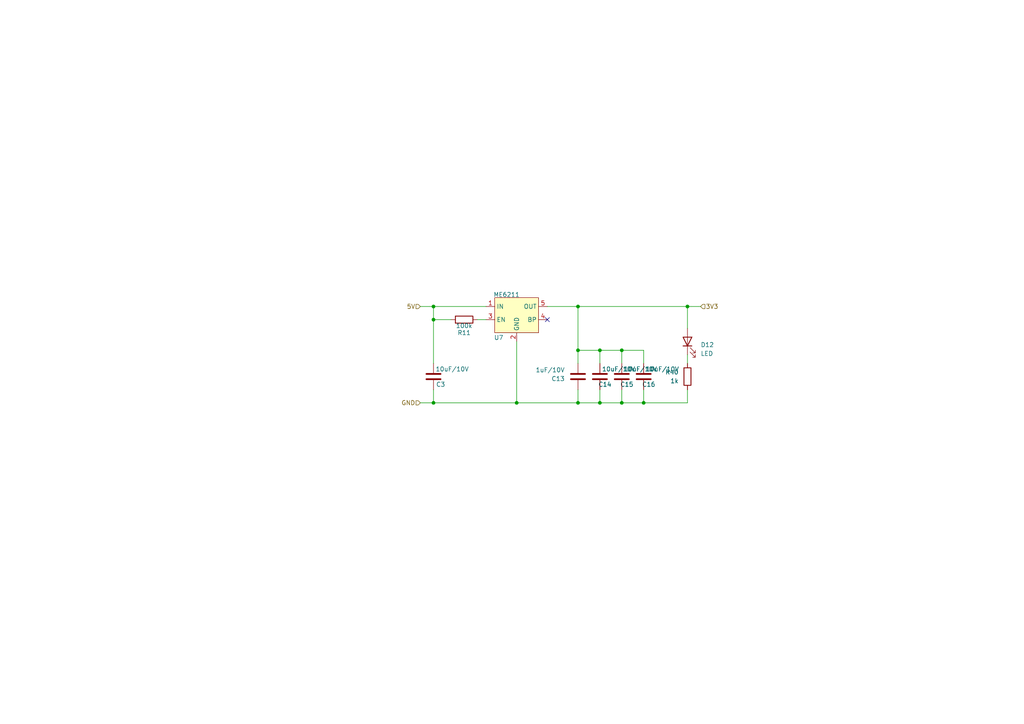
<source format=kicad_sch>
(kicad_sch (version 20250114) (generator "eeschema") (generator_version "9.0")
  (paper "A4")
  (lib_symbols
    (symbol "Device:C" (pin_numbers (hide yes)) (pin_names (offset 0.254))
      (property "Reference" "C" (at 0.635 2.54 0))
      (property "Value" "C" (at 0.635 -2.54 0))
      (symbol "C_0_1"
        (polyline (pts (xy -2.032 0.762) (xy 2.032 0.762)) (stroke (width 0.508)))
        (polyline (pts (xy -2.032 -0.762) (xy 2.032 -0.762)) (stroke (width 0.508)))
      )
      (symbol "C_1_1"
        (pin passive line (at 0 3.81 270) (length 2.794) (name "~") (number "1"))
        (pin passive line (at 0 -3.81 90) (length 2.794) (name "~") (number "2"))
      )
    )
    (symbol "Device:LED" (pin_numbers (hide yes)) (pin_names (offset 1.016) (hide yes))
      (property "Reference" "D" (at 0 2.54 0))
      (property "Value" "LED" (at 0 -2.54 0))
      (symbol "LED_0_1"
        (polyline (pts (xy -3.048 -0.762) (xy -4.572 -2.286) (xy -3.81 -2.286) (xy -4.572 -2.286) (xy -4.572 -1.524)))
        (polyline (pts (xy -1.778 -0.762) (xy -3.302 -2.286) (xy -2.54 -2.286) (xy -3.302 -2.286) (xy -3.302 -1.524)))
        (polyline (pts (xy -1.27 0) (xy 1.27 0)))
        (polyline (pts (xy -1.27 -1.27) (xy -1.27 1.27)) (stroke (width 0.254)))
        (polyline (pts (xy 1.27 -1.27) (xy 1.27 1.27) (xy -1.27 0) (xy 1.27 -1.27)) (stroke (width 0.254)))
      )
      (symbol "LED_1_1"
        (pin passive line (at -3.81 0 0) (length 2.54) (name "K") (number "1"))
        (pin passive line (at 3.81 0 180) (length 2.54) (name "A") (number "2"))
      )
    )
    (symbol "Device:R" (pin_numbers (hide yes)) (pin_names (offset 0))
      (property "Reference" "R" (at 2.032 0 90))
      (property "Value" "R" (at 0 0 90))
      (symbol "R_0_1"
        (rectangle (start -1.016 -2.54) (end 1.016 2.54) (stroke (width 0.254)))
      )
      (symbol "R_1_1"
        (pin passive line (at 0 3.81 270) (length 1.27) (name "~") (number "1"))
        (pin passive line (at 0 -3.81 90) (length 1.27) (name "~") (number "2"))
      )
    )
    (symbol "myLib_Modules:ME6211"
      (property "Reference" "U" (at 0 7.62 0))
      (symbol "ME6211_0_1"
        (rectangle (start -6.35 6.35) (end 6.35 -3.81) (fill (type background)))
      )
      (symbol "ME6211_1_1"
        (pin input line (at -8.89 3.81 0) (length 2.54) (name "IN") (number "1"))
        (pin input line (at -8.89 0 0) (length 2.54) (name "EN") (number "3"))
        (pin input line (at 0 -6.35 90) (length 2.54) (name "GND") (number "2"))
        (pin power_in line (at 8.89 3.81 180) (length 2.54) (name "OUT") (number "5"))
        (pin input line (at 8.89 0 180) (length 2.54) (name "BP") (number "4"))
      )
    )
  )
  (junction (at 180.34 116.84))
  (junction (at 180.34 101.6))
  (junction (at 125.73 88.9))
  (junction (at 199.39 88.9))
  (junction (at 125.73 116.84))
  (junction (at 173.99 116.84))
  (junction (at 167.64 101.6))
  (junction (at 125.73 92.71))
  (junction (at 167.64 116.84))
  (junction (at 167.64 88.9))
  (junction (at 186.69 116.84))
  (junction (at 173.99 101.6))
  (junction (at 149.86 116.84))
  (no_connect (at 158.75 92.71))
  (wire (pts (xy 121.92 88.9) (xy 125.73 88.9)))
  (wire (pts (xy 167.64 88.9) (xy 167.64 101.6)))
  (wire (pts (xy 125.73 113.03) (xy 125.73 116.84)))
  (wire (pts (xy 167.64 116.84) (xy 173.99 116.84)))
  (wire (pts (xy 180.34 116.84) (xy 186.69 116.84)))
  (wire (pts (xy 125.73 116.84) (xy 149.86 116.84)))
  (wire (pts (xy 125.73 88.9) (xy 140.97 88.9)))
  (wire (pts (xy 167.64 88.9) (xy 199.39 88.9)))
  (wire (pts (xy 180.34 113.03) (xy 180.34 116.84)))
  (wire (pts (xy 186.69 116.84) (xy 199.39 116.84)))
  (wire (pts (xy 199.39 105.41) (xy 199.39 102.87)))
  (wire (pts (xy 149.86 116.84) (xy 167.64 116.84)))
  (wire (pts (xy 125.73 92.71) (xy 130.81 92.71)))
  (wire (pts (xy 125.73 92.71) (xy 125.73 105.41)))
  (wire (pts (xy 167.64 113.03) (xy 167.64 116.84)))
  (wire (pts (xy 199.39 88.9) (xy 199.39 95.25)))
  (wire (pts (xy 125.73 92.71) (xy 125.73 88.9)))
  (wire (pts (xy 199.39 113.03) (xy 199.39 116.84)))
  (wire (pts (xy 173.99 113.03) (xy 173.99 116.84)))
  (wire (pts (xy 199.39 88.9) (xy 203.2 88.9)))
  (wire (pts (xy 186.69 113.03) (xy 186.69 116.84)))
  (wire (pts (xy 173.99 101.6) (xy 173.99 105.41)))
  (wire (pts (xy 149.86 99.06) (xy 149.86 116.84)))
  (wire (pts (xy 167.64 101.6) (xy 173.99 101.6)))
  (wire (pts (xy 180.34 101.6) (xy 186.69 101.6)))
  (wire (pts (xy 121.92 116.84) (xy 125.73 116.84)))
  (wire (pts (xy 173.99 116.84) (xy 180.34 116.84)))
  (wire (pts (xy 158.75 88.9) (xy 167.64 88.9)))
  (wire (pts (xy 138.43 92.71) (xy 140.97 92.71)))
  (wire (pts (xy 186.69 105.41) (xy 186.69 101.6)))
  (wire (pts (xy 173.99 101.6) (xy 180.34 101.6)))
  (wire (pts (xy 167.64 101.6) (xy 167.64 105.41)))
  (wire (pts (xy 180.34 101.6) (xy 180.34 105.41)))
  (hierarchical_label "5V" (shape input) (at 121.92 88.9 180))
  (hierarchical_label "GND" (shape input) (at 121.92 116.84 180))
  (hierarchical_label "3V3" (shape input) (at 203.2 88.9 0))
  (symbol (lib_id "Device:R") (at 134.62 92.71 270) (mirror x) (unit 1)
    (property "Reference" "R11" (at 134.62 96.52 90))
    (property "Value" "100k" (at 134.62 94.488 90))
    (property "Footprint" "Resistor_SMD:R_0402_1005Metric" (effects (hide yes)))
  )
  (symbol (lib_id "Device:C") (at 173.99 109.22 180) (unit 1)
    (property "Reference" "C14" (at 177.419 111.506 0) (effects (justify left)))
    (property "Value" "10uF/10V" (at 184.277 107.061 0) (effects (justify left)))
    (property "Footprint" "Capacitor_SMD:C_0603_1608Metric" (effects (hide yes)))
  )
  (symbol (lib_id "myLib_Modules:ME6211") (at 149.86 92.71 0) (unit 1)
    (property "Reference" "U7" (at 144.653 97.917 0))
    (property "Value" "ME6211" (at 146.939 85.471 0))
    (property "Footprint" "Package_TO_SOT_SMD:SOT-23-5" (effects (hide yes)))
  )
  (symbol (lib_id "Device:C") (at 180.34 109.22 180) (unit 1)
    (property "Reference" "C15" (at 183.769 111.506 0) (effects (justify left)))
    (property "Value" "10uF/10V" (at 190.627 107.061 0) (effects (justify left)))
    (property "Footprint" "Capacitor_SMD:C_0603_1608Metric" (effects (hide yes)))
  )
  (symbol (lib_id "Device:C") (at 125.73 109.22 180) (unit 1)
    (property "Reference" "C3" (at 129.159 111.506 0) (effects (justify left)))
    (property "Value" "10uF/10V" (at 136.017 107.061 0) (effects (justify left)))
    (property "Footprint" "Capacitor_SMD:C_0603_1608Metric" (effects (hide yes)))
  )
  (symbol (lib_id "Device:C") (at 186.69 109.22 180) (unit 1)
    (property "Reference" "C16" (at 190.119 111.506 0) (effects (justify left)))
    (property "Value" "10uF/10V" (at 196.977 107.061 0) (effects (justify left)))
    (property "Footprint" "Capacitor_SMD:C_0603_1608Metric" (effects (hide yes)))
  )
  (symbol (lib_id "Device:R") (at 199.39 109.22 0) (mirror x) (unit 1) (on_board no)
    (property "Reference" "R40" (at 196.85 107.9499 0) (effects (justify right)))
    (property "Value" "1k" (at 196.85 110.4899 0) (effects (justify right)))
    (property "Footprint" "Resistor_SMD:R_0402_1005Metric" (effects (hide yes)))
  )
  (symbol (lib_id "Device:LED") (at 199.39 99.06 90) (unit 1) (on_board no)
    (property "Reference" "D12" (at 203.2 100.0125 90) (effects (justify right)))
    (property "Value" "LED" (at 203.2 102.5525 90) (effects (justify right)))
    (property "Footprint" "LED_SMD:LED_0603_1608Metric" (effects (hide yes)))
  )
  (symbol (lib_id "Device:C") (at 167.64 109.22 180) (unit 1)
    (property "Reference" "C13" (at 163.83 109.855 0) (effects (justify left)))
    (property "Value" "1uF/10V" (at 163.83 107.315 0) (effects (justify left)))
    (property "Footprint" "Capacitor_SMD:C_0402_1005Metric" (effects (hide yes)))
  )
)
</source>
